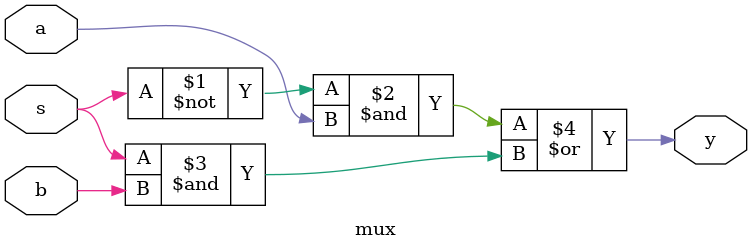
<source format=sv>

module mux (
input a,b,
input s,

output reg y);


assign y = (~s&a) | (s&b);

endmodule 
</source>
